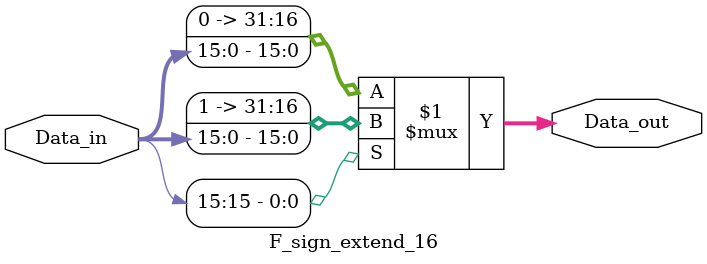
<source format=v>
module F_sign_extend_16 (
    input wire [15:0] Data_in,
    output wire [31:0] Data_out

);

    assign Data_out = (Data_in[15]) ? {{16{1'b1}}, Data_in} : {{16{1'b0}}, Data_in}; 

endmodule
</source>
